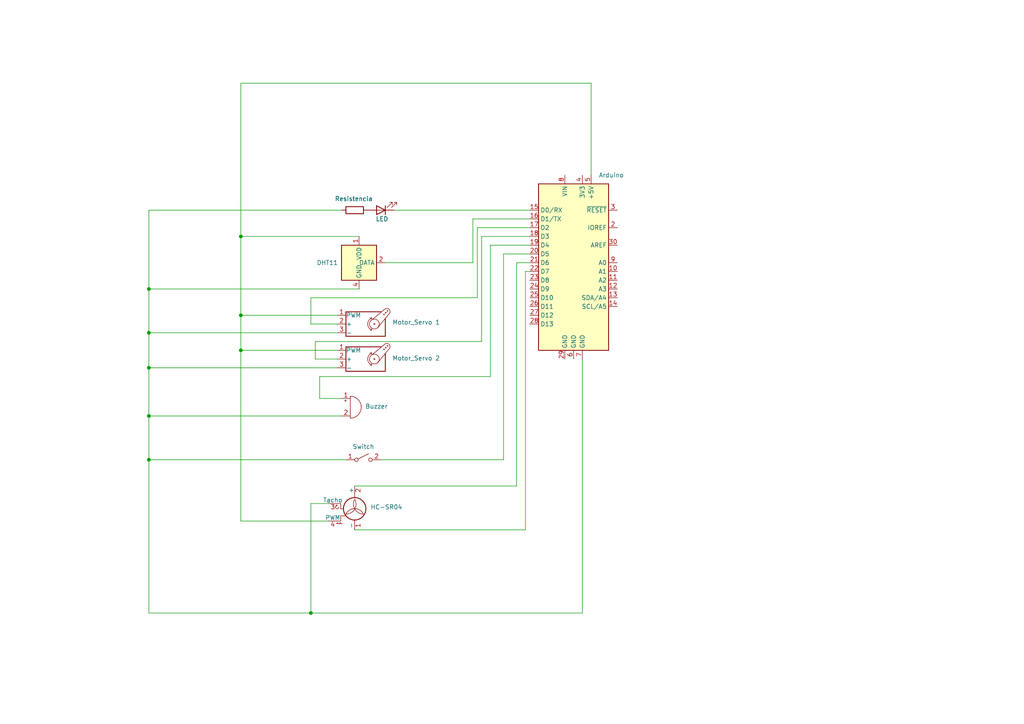
<source format=kicad_sch>
(kicad_sch (version 20231120) (generator "eeschema") (generator_version "8.0")
  (paper "A4")
  (title_block (title "Esquema eléctrico del Cascarrabias-9000") (date "2024-12-03") (rev "1") (comment 1 "para el cascarrabias-900, de una forma más esquemática") (comment 2 "Aquí se visualiza el esquema de componentes ") (comment 3 "Grupo de trabajo 12") (comment 4 "Eva Fernández de la Cruz"))
  (lib_symbols
    (symbol "Device:Buzzer" (pin_names (offset 0.0254) hide)
      (property "Reference" "BZ" (at 3.81 1.27 0))
      (property "Value" "Buzzer" (at 3.81 -1.27 0))
      (symbol "Buzzer_0_1"
        (arc (start 0 -3.175) (mid 3.1612 0) (end 0 3.175))
        (polyline (pts (xy -1.651 1.905) (xy -1.143 1.905)))
        (polyline (pts (xy -1.397 2.159) (xy -1.397 1.651)))
        (polyline (pts (xy 0 3.175) (xy 0 -3.175)))
      )
      (symbol "Buzzer_1_1"
        (pin passive line (at -2.54 2.54 0) (length 2.54) (name "+") (number "1"))
        (pin passive line (at -2.54 -2.54 0) (length 2.54) (name "-") (number "2"))
      )
    )
    (symbol "Device:LED" (pin_numbers hide) (pin_names (offset 1.016) hide)
      (property "Reference" "D" (at 0 2.54 0))
      (property "Value" "LED" (at 0 -2.54 0))
      (symbol "LED_0_1"
        (polyline (pts (xy -1.27 -1.27) (xy -1.27 1.27)) (stroke (width 0.254)))
        (polyline (pts (xy -1.27 0) (xy 1.27 0)))
        (polyline (pts (xy 1.27 -1.27) (xy 1.27 1.27) (xy -1.27 0) (xy 1.27 -1.27)) (stroke (width 0.254)))
        (polyline (pts (xy -3.048 -0.762) (xy -4.572 -2.286) (xy -3.81 -2.286) (xy -4.572 -2.286) (xy -4.572 -1.524)))
        (polyline (pts (xy -1.778 -0.762) (xy -3.302 -2.286) (xy -2.54 -2.286) (xy -3.302 -2.286) (xy -3.302 -1.524)))
      )
      (symbol "LED_1_1"
        (pin passive line (at -3.81 0 0) (length 2.54) (name "K") (number "1"))
        (pin passive line (at 3.81 0 180) (length 2.54) (name "A") (number "2"))
      )
    )
    (symbol "Device:R" (pin_numbers hide) (pin_names (offset 0))
      (property "Reference" "R" (at 2.032 0 90))
      (property "Value" "R" (at 0 0 90))
      (symbol "R_0_1"
        (rectangle (start -1.016 -2.54) (end 1.016 2.54) (stroke (width 0.254)))
      )
      (symbol "R_1_1"
        (pin passive line (at 0 3.81 270) (length 1.27) (name "~") (number "1"))
        (pin passive line (at 0 -3.81 90) (length 1.27) (name "~") (number "2"))
      )
    )
    (symbol "MCU_Module:Arduino_UNO_R2"
      (property "Reference" "A" (at -10.16 23.495 0))
      (property "Value" "Arduino_UNO_R2" (at 5.08 -26.67 0))
      (symbol "Arduino_UNO_R2_0_1"
        (rectangle (start -10.16 22.86) (end 10.16 -25.4) (stroke (width 0.254)) (fill (type background)))
      )
      (symbol "Arduino_UNO_R2_1_1"
        (pin no_connect line (at -10.16 -20.32 0) (length 2.54) hide (name "NC") (number "1"))
        (pin bidirectional line (at 12.7 -2.54 180) (length 2.54) (name "A1") (number "10"))
        (pin bidirectional line (at 12.7 -5.08 180) (length 2.54) (name "A2") (number "11"))
        (pin bidirectional line (at 12.7 -7.62 180) (length 2.54) (name "A3") (number "12"))
        (pin bidirectional line (at 12.7 -10.16 180) (length 2.54) (name "SDA/A4") (number "13"))
        (pin bidirectional line (at 12.7 -12.7 180) (length 2.54) (name "SCL/A5") (number "14"))
        (pin bidirectional line (at -12.7 15.24 0) (length 2.54) (name "D0/RX") (number "15"))
        (pin bidirectional line (at -12.7 12.7 0) (length 2.54) (name "D1/TX") (number "16"))
        (pin bidirectional line (at -12.7 10.16 0) (length 2.54) (name "D2") (number "17"))
        (pin bidirectional line (at -12.7 7.62 0) (length 2.54) (name "D3") (number "18"))
        (pin bidirectional line (at -12.7 5.08 0) (length 2.54) (name "D4") (number "19"))
        (pin output line (at 12.7 10.16 180) (length 2.54) (name "IOREF") (number "2"))
        (pin bidirectional line (at -12.7 2.54 0) (length 2.54) (name "D5") (number "20"))
        (pin bidirectional line (at -12.7 0 0) (length 2.54) (name "D6") (number "21"))
        (pin bidirectional line (at -12.7 -2.54 0) (length 2.54) (name "D7") (number "22"))
        (pin bidirectional line (at -12.7 -5.08 0) (length 2.54) (name "D8") (number "23"))
        (pin bidirectional line (at -12.7 -7.62 0) (length 2.54) (name "D9") (number "24"))
        (pin bidirectional line (at -12.7 -10.16 0) (length 2.54) (name "D10") (number "25"))
        (pin bidirectional line (at -12.7 -12.7 0) (length 2.54) (name "D11") (number "26"))
        (pin bidirectional line (at -12.7 -15.24 0) (length 2.54) (name "D12") (number "27"))
        (pin bidirectional line (at -12.7 -17.78 0) (length 2.54) (name "D13") (number "28"))
        (pin power_in line (at -2.54 -27.94 90) (length 2.54) (name "GND") (number "29"))
        (pin input line (at 12.7 15.24 180) (length 2.54) (name "~{RESET}") (number "3"))
        (pin input line (at 12.7 5.08 180) (length 2.54) (name "AREF") (number "30"))
        (pin power_out line (at 2.54 25.4 270) (length 2.54) (name "3V3") (number "4"))
        (pin power_out line (at 5.08 25.4 270) (length 2.54) (name "+5V") (number "5"))
        (pin power_in line (at 0 -27.94 90) (length 2.54) (name "GND") (number "6"))
        (pin power_in line (at 2.54 -27.94 90) (length 2.54) (name "GND") (number "7"))
        (pin power_in line (at -2.54 25.4 270) (length 2.54) (name "VIN") (number "8"))
        (pin bidirectional line (at 12.7 0 180) (length 2.54) (name "A0") (number "9"))
      )
    )
    (symbol "Motor:Fan_4pin" (pin_names (offset 0))
      (property "Reference" "M" (at 2.54 5.08 0))
      (property "Value" "Fan_4pin" (at 2.54 -2.54 0))
      (symbol "Fan_4pin_0_0"
        (arc (start -5.588 1.524) (mid -5.08 1.0182) (end -4.572 1.524))
        (arc (start -5.08 2.032) (mid -5.4392 1.8832) (end -5.588 1.524))
        (polyline (pts (xy -5.08 2.032) (xy -5.334 2.159)))
        (polyline (pts (xy -5.08 2.032) (xy -5.207 1.778)))
        (polyline (pts (xy -4.064 2.54) (xy -4.064 1.016) (xy -3.302 1.016)))
      )
      (symbol "Fan_4pin_0_1"
        (arc (start -2.54 -0.508) (mid 0.0028 0.9121) (end 0 3.81))
        (polyline (pts (xy -4.064 2.54) (xy -5.08 2.54)))
        (polyline (pts (xy 0 -5.08) (xy 0 -4.572)))
        (polyline (pts (xy 0 -2.2352) (xy 0 -2.6416)))
        (polyline (pts (xy 0 4.2672) (xy 0 4.6228)))
        (polyline (pts (xy 0 4.572) (xy 0 5.08)))
        (polyline (pts (xy -2.54 -1.016) (xy -4.064 -1.016) (xy -4.064 -2.54) (xy -5.08 -2.54)))
        (polyline (pts (xy -5.334 -3.302) (xy -5.08 -3.302) (xy -5.08 -3.048) (xy -4.826 -3.048) (xy -4.826 -3.302) (xy -4.318 -3.302) (xy -4.318 -3.048) (xy -4.064 -3.048) (xy -4.064 -3.302) (xy -3.556 -3.302)))
        (circle (center 0 1.016) (radius 3.2512) (stroke (width 0.254)))
        (arc (start 0 3.81) (mid 0.053 0.921) (end 2.54 -0.508))
        (arc (start 2.54 -0.508) (mid 0 1.0618) (end -2.54 -0.508))
      )
      (symbol "Fan_4pin_1_1"
        (pin passive line (at 0 -5.08 90) (length 2.54) (name "-") (number "1"))
        (pin passive line (at 0 7.62 270) (length 2.54) (name "+") (number "2"))
        (pin passive line (at -7.62 2.54 0) (length 2.54) (name "Tacho") (number "3"))
        (pin input line (at -7.62 -2.54 0) (length 2.54) (name "PWM") (number "4"))
      )
    )
    (symbol "Motor:Motor_Servo" (pin_names (offset 0.0254))
      (property "Reference" "M" (at -5.08 4.445 0))
      (property "Value" "Motor_Servo" (at -5.08 -4.064 0))
      (symbol "Motor_Servo_0_1"
        (polyline (pts (xy 2.413 -1.778) (xy 2.032 -1.778)))
        (polyline (pts (xy 2.413 -1.778) (xy 2.286 -1.397)))
        (polyline (pts (xy 2.413 1.778) (xy 1.905 1.778)))
        (polyline (pts (xy 2.413 1.778) (xy 2.286 1.397)))
        (polyline (pts (xy 6.35 4.445) (xy 2.54 1.27)))
        (polyline (pts (xy 7.62 3.175) (xy 4.191 -1.016)))
        (polyline (pts (xy 5.08 3.556) (xy -5.08 3.556) (xy -5.08 -3.556) (xy 6.35 -3.556) (xy 6.35 1.524)) (stroke (width 0.254)))
        (arc (start 2.413 1.778) (mid 1.2406 0) (end 2.413 -1.778))
        (circle (center 3.175 0) (radius 0.1778))
        (circle (center 3.175 0) (radius 1.4224))
        (circle (center 5.969 2.794) (radius 0.127))
        (circle (center 6.477 3.302) (radius 0.127))
        (circle (center 6.985 3.81) (radius 0.127))
        (arc (start 7.62 3.175) (mid 7.4485 4.2735) (end 6.35 4.445))
      )
      (symbol "Motor_Servo_1_1"
        (pin passive line (at -7.62 2.54 0) (length 2.54) (name "PWM") (number "1"))
        (pin passive line (at -7.62 0 0) (length 2.54) (name "+") (number "2"))
        (pin passive line (at -7.62 -2.54 0) (length 2.54) (name "-") (number "3"))
      )
    )
    (symbol "Sensor:DHT11"
      (property "Reference" "U" (at -3.81 6.35 0))
      (property "Value" "DHT11" (at 3.81 6.35 0))
      (symbol "DHT11_0_1"
        (rectangle (start -5.08 5.08) (end 5.08 -5.08) (stroke (width 0.254)) (fill (type background)))
      )
      (symbol "DHT11_1_1"
        (pin power_in line (at 0 7.62 270) (length 2.54) (name "VDD") (number "1"))
        (pin bidirectional line (at 7.62 0 180) (length 2.54) (name "DATA") (number "2"))
        (pin no_connect line (at -5.08 0 0) (length 2.54) hide (name "NC") (number "3"))
        (pin power_in line (at 0 -7.62 90) (length 2.54) (name "GND") (number "4"))
      )
    )
    (symbol "Switch:SW_DPST_x2" (pin_names (offset 0) hide)
      (property "Reference" "SW" (at 0 3.175 0))
      (property "Value" "SW_DPST_x2" (at 0 -2.54 0))
      (symbol "SW_DPST_x2_0_0"
        (circle (center -2.032 0) (radius 0.508))
        (polyline (pts (xy -1.524 0.254) (xy 1.524 1.778)))
        (circle (center 2.032 0) (radius 0.508))
      )
      (symbol "SW_DPST_x2_1_1"
        (pin passive line (at -5.08 0 0) (length 2.54) (name "A") (number "1"))
        (pin passive line (at 5.08 0 180) (length 2.54) (name "B") (number "2"))
      )
      (symbol "SW_DPST_x2_2_1"
        (pin passive line (at -5.08 0 0) (length 2.54) (name "A") (number "3"))
        (pin passive line (at 5.08 0 180) (length 2.54) (name "B") (number "4"))
      )
    )
  )
  (junction (at 43.18 106.68))
  (junction (at 69.85 91.44))
  (junction (at 43.18 96.52))
  (junction (at 90.17 177.8))
  (junction (at 43.18 133.35))
  (junction (at 69.85 68.58))
  (junction (at 69.85 101.6))
  (junction (at 43.18 83.82))
  (junction (at 43.18 120.65))
  (wire (pts (xy 114.3 60.96) (xy 153.67 60.96)))
  (wire (pts (xy 171.45 50.8) (xy 171.45 24.13)))
  (wire (pts (xy 152.4 153.67) (xy 152.4 78.74)))
  (wire (pts (xy 69.85 91.44) (xy 69.85 68.58)))
  (wire (pts (xy 90.17 146.05) (xy 90.17 177.8)))
  (wire (pts (xy 92.71 109.22) (xy 142.24 109.22)))
  (wire (pts (xy 142.24 109.22) (xy 142.24 71.12)))
  (wire (pts (xy 146.05 73.66) (xy 153.67 73.66)))
  (wire (pts (xy 43.18 60.96) (xy 43.18 83.82)))
  (wire (pts (xy 43.18 83.82) (xy 43.18 96.52)))
  (wire (pts (xy 138.43 66.04) (xy 153.67 66.04)))
  (wire (pts (xy 99.06 115.57) (xy 92.71 115.57)))
  (wire (pts (xy 110.49 133.35) (xy 146.05 133.35)))
  (wire (pts (xy 171.45 24.13) (xy 69.85 24.13)))
  (wire (pts (xy 168.91 177.8) (xy 90.17 177.8)))
  (wire (pts (xy 90.17 93.98) (xy 90.17 86.36)))
  (wire (pts (xy 69.85 68.58) (xy 104.14 68.58)))
  (wire (pts (xy 97.79 96.52) (xy 43.18 96.52)))
  (wire (pts (xy 43.18 96.52) (xy 43.18 106.68)))
  (wire (pts (xy 43.18 133.35) (xy 43.18 177.8)))
  (wire (pts (xy 91.44 99.06) (xy 139.7 99.06)))
  (wire (pts (xy 90.17 177.8) (xy 43.18 177.8)))
  (wire (pts (xy 137.16 76.2) (xy 137.16 63.5)))
  (wire (pts (xy 43.18 133.35) (xy 100.33 133.35)))
  (wire (pts (xy 97.79 106.68) (xy 43.18 106.68)))
  (wire (pts (xy 139.7 68.58) (xy 153.67 68.58)))
  (wire (pts (xy 92.71 115.57) (xy 92.71 109.22)))
  (wire (pts (xy 97.79 91.44) (xy 69.85 91.44)))
  (wire (pts (xy 139.7 99.06) (xy 139.7 68.58)))
  (wire (pts (xy 168.91 104.14) (xy 168.91 177.8)))
  (wire (pts (xy 97.79 104.14) (xy 91.44 104.14)))
  (wire (pts (xy 91.44 104.14) (xy 91.44 99.06)))
  (wire (pts (xy 99.06 120.65) (xy 43.18 120.65)))
  (wire (pts (xy 69.85 24.13) (xy 69.85 68.58)))
  (wire (pts (xy 95.25 146.05) (xy 90.17 146.05)))
  (wire (pts (xy 97.79 101.6) (xy 69.85 101.6)))
  (wire (pts (xy 146.05 133.35) (xy 146.05 73.66)))
  (wire (pts (xy 102.87 140.97) (xy 149.86 140.97)))
  (wire (pts (xy 137.16 63.5) (xy 153.67 63.5)))
  (wire (pts (xy 152.4 78.74) (xy 153.67 78.74)))
  (wire (pts (xy 43.18 60.96) (xy 99.06 60.96)))
  (wire (pts (xy 95.25 151.13) (xy 69.85 151.13)))
  (wire (pts (xy 43.18 106.68) (xy 43.18 120.65)))
  (wire (pts (xy 69.85 101.6) (xy 69.85 91.44)))
  (wire (pts (xy 142.24 71.12) (xy 153.67 71.12)))
  (wire (pts (xy 104.14 83.82) (xy 43.18 83.82)))
  (wire (pts (xy 43.18 120.65) (xy 43.18 133.35)))
  (wire (pts (xy 97.79 93.98) (xy 90.17 93.98)))
  (wire (pts (xy 102.87 153.67) (xy 152.4 153.67)))
  (wire (pts (xy 138.43 86.36) (xy 138.43 66.04)))
  (wire (pts (xy 69.85 101.6) (xy 69.85 151.13)))
  (wire (pts (xy 149.86 140.97) (xy 149.86 76.2)))
  (wire (pts (xy 149.86 76.2) (xy 153.67 76.2)))
  (wire (pts (xy 111.76 76.2) (xy 137.16 76.2)))
  (wire (pts (xy 90.17 86.36) (xy 138.43 86.36)))
  (symbol (lib_id "MCU_Module:Arduino_UNO_R2") (at 166.37 76.2 0) (unit 1)
    (property "Reference" "A1" (effects (hide yes)))
    (property "Value" "Arduino" (at 173.6441 50.8 0) (effects (justify left)))
    (property "Footprint" "Module:Arduino_UNO_R2" (effects (hide yes)))
    (property "Datasheet" "https://www.arduino.cc/en/Main/arduinoBoardUno" (effects (hide yes)))
    (property "Description" "Arduino UNO Microcontroller Module, release 2" (effects (hide yes)))
  )
  (symbol (lib_id "Device:LED") (at 110.49 60.96 180) (unit 1)
    (property "Reference" "D1" (effects (hide yes)))
    (property "Value" "LED" (at 110.8075 63.5 0))
    (property "Description" "Light emitting diode" (effects (hide yes)))
  )
  (symbol (lib_id "Motor:Motor_Servo") (at 105.41 93.98 0) (unit 1)
    (property "Reference" "M1" (effects (hide yes)))
    (property "Value" "Motor_Servo 1" (at 113.792 93.472 0) (effects (justify left)))
    (property "Datasheet" "http://forums.parallax.com/uploads/attachments/46831/74481.png" (effects (hide yes)))
    (property "Description" "Servo Motor (Futaba, HiTec, JR connector)" (effects (hide yes)))
  )
  (symbol (lib_id "Switch:SW_DPST_x2") (at 105.41 133.35 0) (unit 1)
    (property "Reference" "SW1" (effects (hide yes)))
    (property "Value" "Switch" (at 105.41 129.54 0))
    (property "Description" "Single Pole Single Throw (SPST) switch, separate symbol" (effects (hide yes)))
  )
  (symbol (lib_id "Motor:Motor_Servo") (at 105.41 104.14 0) (unit 1)
    (property "Reference" "M2" (effects (hide yes)))
    (property "Value" "Motor_Servo 2" (at 113.792 103.886 0) (effects (justify left)))
    (property "Datasheet" "http://forums.parallax.com/uploads/attachments/46831/74481.png" (effects (hide yes)))
    (property "Description" "Servo Motor (Futaba, HiTec, JR connector)" (effects (hide yes)))
  )
  (symbol (lib_id "Device:R") (at 102.87 60.96 90) (unit 1)
    (property "Reference" "Resistencia" (at 102.616 57.658 90))
    (property "Value" "R" (effects (hide yes)))
    (property "Description" "Resistor" (effects (hide yes)))
  )
  (symbol (lib_id "Motor:Fan_4pin") (at 102.87 148.59 0) (unit 1)
    (property "Reference" "M3" (effects (hide yes)))
    (property "Value" "HC-SR04" (at 107.442 147.066 0) (effects (justify left)))
    (property "Datasheet" "http://www.formfactors.org/developer%5Cspecs%5Crev1_2_public.pdf" (effects (hide yes)))
    (property "Description" "Fan, tacho output, PWM input, 4-pin connector" (effects (hide yes)))
  )
  (symbol (lib_id "Sensor:DHT11") (at 104.14 76.2 0) (unit 1)
    (property "Reference" "U1" (effects (hide yes)))
    (property "Value" "DHT11" (at 98.044 76.2 0) (effects (justify right)))
    (property "Footprint" "Sensor:Aosong_DHT11_5.5x12.0_P2.54mm" (effects (hide yes)))
    (property "Datasheet" "http://akizukidenshi.com/download/ds/aosong/DHT11.pdf" (effects (hide yes)))
    (property "Description" "3.3V to 5.5V, temperature and humidity module, DHT11" (effects (hide yes)))
  )
  (symbol (lib_id "Device:Buzzer") (at 101.6 118.11 0) (unit 1)
    (property "Reference" "BZ1" (effects (hide yes)))
    (property "Value" "Buzzer" (at 105.918 117.856 0) (effects (justify left)))
    (property "Description" "Buzzer, polarized" (effects (hide yes)))
  )
)
</source>
